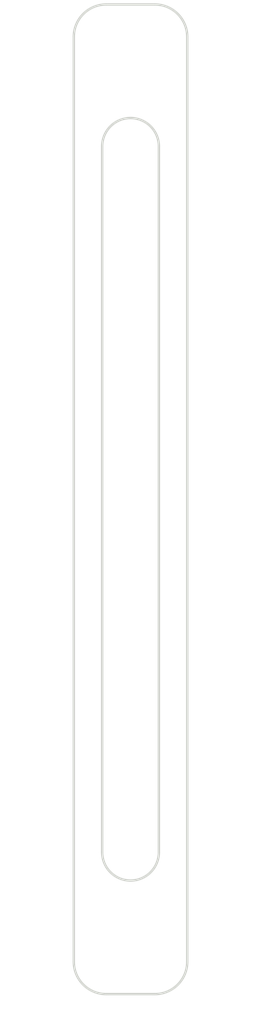
<source format=kicad_pcb>
(kicad_pcb (version 20171130) (host pcbnew 5.0.2-bee76a0~70~ubuntu18.04.1)

  (general
    (thickness 1.6)
    (drawings 12)
    (tracks 0)
    (zones 0)
    (modules 2)
    (nets 1)
  )

  (page A4)
  (layers
    (0 F.Cu signal)
    (31 B.Cu signal)
    (32 B.Adhes user)
    (33 F.Adhes user)
    (34 B.Paste user)
    (35 F.Paste user)
    (36 B.SilkS user)
    (37 F.SilkS user)
    (38 B.Mask user)
    (39 F.Mask user)
    (40 Dwgs.User user)
    (41 Cmts.User user)
    (42 Eco1.User user)
    (43 Eco2.User user)
    (44 Edge.Cuts user)
    (45 Margin user)
    (46 B.CrtYd user)
    (47 F.CrtYd user)
    (48 B.Fab user)
    (49 F.Fab user)
  )

  (setup
    (last_trace_width 0.25)
    (trace_clearance 0.2)
    (zone_clearance 0.508)
    (zone_45_only no)
    (trace_min 0.2)
    (segment_width 0.2)
    (edge_width 0.15)
    (via_size 0.8)
    (via_drill 0.4)
    (via_min_size 0.4)
    (via_min_drill 0.3)
    (uvia_size 0.3)
    (uvia_drill 0.1)
    (uvias_allowed no)
    (uvia_min_size 0.2)
    (uvia_min_drill 0.1)
    (pcb_text_width 0.3)
    (pcb_text_size 1.5 1.5)
    (mod_edge_width 0.15)
    (mod_text_size 1 1)
    (mod_text_width 0.15)
    (pad_size 1.524 1.524)
    (pad_drill 0.762)
    (pad_to_mask_clearance 0.051)
    (solder_mask_min_width 0.25)
    (aux_axis_origin 0 0)
    (visible_elements FFFFFF7F)
    (pcbplotparams
      (layerselection 0x010fc_ffffffff)
      (usegerberextensions false)
      (usegerberattributes false)
      (usegerberadvancedattributes false)
      (creategerberjobfile false)
      (excludeedgelayer true)
      (linewidth 0.100000)
      (plotframeref false)
      (viasonmask false)
      (mode 1)
      (useauxorigin false)
      (hpglpennumber 1)
      (hpglpenspeed 20)
      (hpglpendiameter 15.000000)
      (psnegative false)
      (psa4output false)
      (plotreference true)
      (plotvalue true)
      (plotinvisibletext false)
      (padsonsilk false)
      (subtractmaskfromsilk false)
      (outputformat 1)
      (mirror false)
      (drillshape 0)
      (scaleselection 1)
      (outputdirectory "gerbers"))
  )

  (net 0 "")

  (net_class Default "This is the default net class."
    (clearance 0.2)
    (trace_width 0.25)
    (via_dia 0.8)
    (via_drill 0.4)
    (uvia_dia 0.3)
    (uvia_drill 0.1)
  )

  (module MountingHole:MountingHole_3.5mm (layer F.Cu) (tedit 5C413644) (tstamp 5C4D1F61)
    (at 120.119665 58.483863)
    (descr "Mounting Hole 3.5mm, no annular")
    (tags "mounting hole 3.5mm no annular")
    (attr virtual)
    (fp_text reference REF** (at 0 -4.5) (layer F.SilkS) hide
      (effects (font (size 1 1) (thickness 0.15)))
    )
    (fp_text value MountingHole_3.5mm (at 0 4.5) (layer F.Fab)
      (effects (font (size 1 1) (thickness 0.15)))
    )
    (fp_circle (center 0 0) (end 3.75 0) (layer F.CrtYd) (width 0.05))
    (fp_circle (center 0 0) (end 3.5 0) (layer Cmts.User) (width 0.15))
    (fp_text user %R (at 0.3 0) (layer F.Fab)
      (effects (font (size 1 1) (thickness 0.15)))
    )
    (pad 1 np_thru_hole circle (at 0 0) (size 3.5 3.5) (drill 3.5) (layers *.Cu *.Mask))
  )

  (module MountingHole:MountingHole_3.5mm (layer F.Cu) (tedit 5C413640) (tstamp 5C4D1F70)
    (at 120.119665 112.483863)
    (descr "Mounting Hole 3.5mm, no annular")
    (tags "mounting hole 3.5mm no annular")
    (attr virtual)
    (fp_text reference REF** (at 0 -4.5) (layer F.SilkS) hide
      (effects (font (size 1 1) (thickness 0.15)))
    )
    (fp_text value MountingHole_3.5mm (at 0 4.5) (layer F.Fab)
      (effects (font (size 1 1) (thickness 0.15)))
    )
    (fp_circle (center 0 0) (end 3.75 0) (layer F.CrtYd) (width 0.05))
    (fp_circle (center 0 0) (end 3.5 0) (layer Cmts.User) (width 0.15))
    (fp_text user %R (at 0.3 0) (layer F.Fab)
      (effects (font (size 1 1) (thickness 0.15)))
    )
    (pad 1 np_thru_hole circle (at 0 0) (size 3.5 3.5) (drill 3.5) (layers *.Cu *.Mask))
  )

  (gr_arc (start 120.119665 63.733863) (end 121.869665 63.733863) (angle -180) (layer Edge.Cuts) (width 0.15))
  (gr_arc (start 120.119665 107.233863) (end 118.369665 107.233863) (angle -180) (layer Edge.Cuts) (width 0.15))
  (gr_line (start 121.869665 107.233863) (end 121.869665 63.733863) (layer Edge.Cuts) (width 0.15))
  (gr_line (start 118.369665 63.733863) (end 118.369665 107.233863) (layer Edge.Cuts) (width 0.15))
  (gr_arc (start 121.619665 113.983863) (end 121.619665 115.983863) (angle -90) (layer Edge.Cuts) (width 0.15))
  (gr_arc (start 118.619665 113.983863) (end 116.619665 113.983863) (angle -90) (layer Edge.Cuts) (width 0.15))
  (gr_arc (start 121.619665 56.983863) (end 123.619665 56.983863) (angle -90) (layer Edge.Cuts) (width 0.15))
  (gr_arc (start 118.619665 56.983863) (end 118.619665 54.983863) (angle -90) (layer Edge.Cuts) (width 0.15))
  (gr_line (start 121.619665 54.983863) (end 118.619665 54.983863) (layer Edge.Cuts) (width 0.15))
  (gr_line (start 123.619665 113.983863) (end 123.619665 56.983863) (layer Edge.Cuts) (width 0.15))
  (gr_line (start 118.619665 115.983863) (end 121.619665 115.983863) (layer Edge.Cuts) (width 0.15))
  (gr_line (start 116.619665 56.983863) (end 116.619665 113.983863) (layer Edge.Cuts) (width 0.15))

)

</source>
